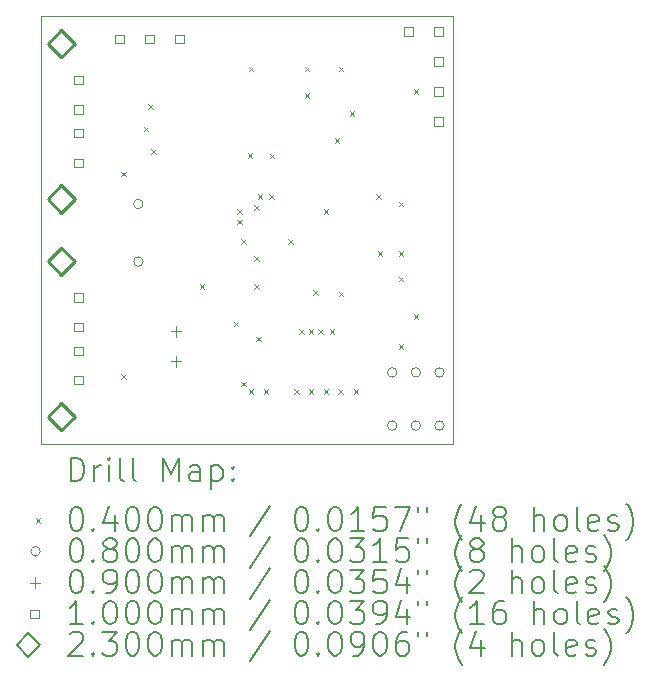
<source format=gbr>
%TF.GenerationSoftware,KiCad,Pcbnew,6.0.8-f2edbf62ab~116~ubuntu22.04.1*%
%TF.CreationDate,2022-10-13T11:50:10+02:00*%
%TF.ProjectId,Dual USB Controller adapter,4475616c-2055-4534-9220-436f6e74726f,0.3*%
%TF.SameCoordinates,Original*%
%TF.FileFunction,Drillmap*%
%TF.FilePolarity,Positive*%
%FSLAX45Y45*%
G04 Gerber Fmt 4.5, Leading zero omitted, Abs format (unit mm)*
G04 Created by KiCad (PCBNEW 6.0.8-f2edbf62ab~116~ubuntu22.04.1) date 2022-10-13 11:50:10*
%MOMM*%
%LPD*%
G01*
G04 APERTURE LIST*
%ADD10C,0.100000*%
%ADD11C,0.200000*%
%ADD12C,0.040000*%
%ADD13C,0.080000*%
%ADD14C,0.090000*%
%ADD15C,0.230000*%
G04 APERTURE END LIST*
D10*
X19939000Y-6286500D02*
X16446500Y-6286500D01*
X16446500Y-9906000D02*
X19939000Y-9906000D01*
X16446500Y-6286500D02*
X16446500Y-9906000D01*
X19939000Y-9906000D02*
X19939000Y-6286500D01*
D11*
D12*
X17125000Y-7600000D02*
X17165000Y-7640000D01*
X17165000Y-7600000D02*
X17125000Y-7640000D01*
X17125000Y-9314500D02*
X17165000Y-9354500D01*
X17165000Y-9314500D02*
X17125000Y-9354500D01*
X17315499Y-7219000D02*
X17355499Y-7259000D01*
X17355499Y-7219000D02*
X17315499Y-7259000D01*
X17353600Y-7028500D02*
X17393600Y-7068500D01*
X17393600Y-7028500D02*
X17353600Y-7068500D01*
X17379000Y-7409500D02*
X17419000Y-7449500D01*
X17419000Y-7409500D02*
X17379000Y-7449500D01*
X17791750Y-8552500D02*
X17831750Y-8592500D01*
X17831750Y-8552500D02*
X17791750Y-8592500D01*
X18077500Y-8870000D02*
X18117500Y-8910000D01*
X18117500Y-8870000D02*
X18077500Y-8910000D01*
X18109250Y-7917500D02*
X18149250Y-7957500D01*
X18149250Y-7917500D02*
X18109250Y-7957500D01*
X18109250Y-8006400D02*
X18149250Y-8046400D01*
X18149250Y-8006400D02*
X18109250Y-8046400D01*
X18141000Y-8171500D02*
X18181000Y-8211500D01*
X18181000Y-8171500D02*
X18141000Y-8211500D01*
X18141000Y-9378000D02*
X18181000Y-9418000D01*
X18181000Y-9378000D02*
X18141000Y-9418000D01*
X18198150Y-7441250D02*
X18238150Y-7481250D01*
X18238150Y-7441250D02*
X18198150Y-7481250D01*
X18204500Y-6711000D02*
X18244500Y-6751000D01*
X18244500Y-6711000D02*
X18204500Y-6751000D01*
X18204500Y-9441500D02*
X18244500Y-9481500D01*
X18244500Y-9441500D02*
X18204500Y-9481500D01*
X18252500Y-7885750D02*
X18292500Y-7925750D01*
X18292500Y-7885750D02*
X18252500Y-7925750D01*
X18252500Y-8317550D02*
X18292500Y-8357550D01*
X18292500Y-8317550D02*
X18252500Y-8357550D01*
X18252500Y-8552500D02*
X18292500Y-8592500D01*
X18292500Y-8552500D02*
X18252500Y-8592500D01*
X18268000Y-8997000D02*
X18308000Y-9037000D01*
X18308000Y-8997000D02*
X18268000Y-9037000D01*
X18280700Y-7790500D02*
X18320700Y-7830500D01*
X18320700Y-7790500D02*
X18280700Y-7830500D01*
X18331500Y-9441500D02*
X18371500Y-9481500D01*
X18371500Y-9441500D02*
X18331500Y-9481500D01*
X18378262Y-7789029D02*
X18418262Y-7829029D01*
X18418262Y-7789029D02*
X18378262Y-7829029D01*
X18382300Y-7447600D02*
X18422300Y-7487600D01*
X18422300Y-7447600D02*
X18382300Y-7487600D01*
X18541050Y-8171500D02*
X18581050Y-8211500D01*
X18581050Y-8171500D02*
X18541050Y-8211500D01*
X18587944Y-9443944D02*
X18627944Y-9483944D01*
X18627944Y-9443944D02*
X18587944Y-9483944D01*
X18632500Y-8933500D02*
X18672500Y-8973500D01*
X18672500Y-8933500D02*
X18632500Y-8973500D01*
X18680750Y-6711000D02*
X18720750Y-6751000D01*
X18720750Y-6711000D02*
X18680750Y-6751000D01*
X18680750Y-6933250D02*
X18720750Y-6973250D01*
X18720750Y-6933250D02*
X18680750Y-6973250D01*
X18712500Y-8933500D02*
X18752500Y-8973500D01*
X18752500Y-8933500D02*
X18712500Y-8973500D01*
X18712500Y-9441500D02*
X18752500Y-9481500D01*
X18752500Y-9441500D02*
X18712500Y-9481500D01*
X18750600Y-8603300D02*
X18790600Y-8643300D01*
X18790600Y-8603300D02*
X18750600Y-8643300D01*
X18796803Y-8936762D02*
X18836803Y-8976762D01*
X18836803Y-8936762D02*
X18796803Y-8976762D01*
X18839500Y-7917500D02*
X18879500Y-7957500D01*
X18879500Y-7917500D02*
X18839500Y-7957500D01*
X18839500Y-9441500D02*
X18879500Y-9481500D01*
X18879500Y-9441500D02*
X18839500Y-9481500D01*
X18890300Y-8933500D02*
X18930300Y-8973500D01*
X18930300Y-8933500D02*
X18890300Y-8973500D01*
X18934750Y-7314250D02*
X18974750Y-7354250D01*
X18974750Y-7314250D02*
X18934750Y-7354250D01*
X18960500Y-9441500D02*
X19000500Y-9481500D01*
X19000500Y-9441500D02*
X18960500Y-9481500D01*
X18966500Y-6711000D02*
X19006500Y-6751000D01*
X19006500Y-6711000D02*
X18966500Y-6751000D01*
X18966500Y-8616000D02*
X19006500Y-8656000D01*
X19006500Y-8616000D02*
X18966500Y-8656000D01*
X19061750Y-7085650D02*
X19101750Y-7125650D01*
X19101750Y-7085650D02*
X19061750Y-7125650D01*
X19093500Y-9441500D02*
X19133500Y-9481500D01*
X19133500Y-9441500D02*
X19093500Y-9481500D01*
X19284000Y-7790500D02*
X19324000Y-7830500D01*
X19324000Y-7790500D02*
X19284000Y-7830500D01*
X19296700Y-8273100D02*
X19336700Y-8313100D01*
X19336700Y-8273100D02*
X19296700Y-8313100D01*
X19474500Y-7854000D02*
X19514500Y-7894000D01*
X19514500Y-7854000D02*
X19474500Y-7894000D01*
X19474500Y-8273100D02*
X19514500Y-8313100D01*
X19514500Y-8273100D02*
X19474500Y-8313100D01*
X19474500Y-8489000D02*
X19514500Y-8529000D01*
X19514500Y-8489000D02*
X19474500Y-8529000D01*
X19474500Y-9060500D02*
X19514500Y-9100500D01*
X19514500Y-9060500D02*
X19474500Y-9100500D01*
X19601500Y-6901500D02*
X19641500Y-6941500D01*
X19641500Y-6901500D02*
X19601500Y-6941500D01*
X19601500Y-8806500D02*
X19641500Y-8846500D01*
X19641500Y-8806500D02*
X19601500Y-8846500D01*
D13*
X17312000Y-7874000D02*
G75*
G03*
X17312000Y-7874000I-40000J0D01*
G01*
X17312000Y-8362000D02*
G75*
G03*
X17312000Y-8362000I-40000J0D01*
G01*
X19461500Y-9300000D02*
G75*
G03*
X19461500Y-9300000I-40000J0D01*
G01*
X19461500Y-9750000D02*
G75*
G03*
X19461500Y-9750000I-40000J0D01*
G01*
X19661500Y-9300000D02*
G75*
G03*
X19661500Y-9300000I-40000J0D01*
G01*
X19661500Y-9750000D02*
G75*
G03*
X19661500Y-9750000I-40000J0D01*
G01*
X19861500Y-9300000D02*
G75*
G03*
X19861500Y-9300000I-40000J0D01*
G01*
X19861500Y-9750000D02*
G75*
G03*
X19861500Y-9750000I-40000J0D01*
G01*
D14*
X17589500Y-8908500D02*
X17589500Y-8998500D01*
X17544500Y-8953500D02*
X17634500Y-8953500D01*
X17589500Y-9162500D02*
X17589500Y-9252500D01*
X17544500Y-9207500D02*
X17634500Y-9207500D01*
D10*
X16799356Y-6860856D02*
X16799356Y-6790144D01*
X16728644Y-6790144D01*
X16728644Y-6860856D01*
X16799356Y-6860856D01*
X16799356Y-7110856D02*
X16799356Y-7040144D01*
X16728644Y-7040144D01*
X16728644Y-7110856D01*
X16799356Y-7110856D01*
X16799356Y-7310856D02*
X16799356Y-7240144D01*
X16728644Y-7240144D01*
X16728644Y-7310856D01*
X16799356Y-7310856D01*
X16799356Y-7560856D02*
X16799356Y-7490144D01*
X16728644Y-7490144D01*
X16728644Y-7560856D01*
X16799356Y-7560856D01*
X16799356Y-8702356D02*
X16799356Y-8631644D01*
X16728644Y-8631644D01*
X16728644Y-8702356D01*
X16799356Y-8702356D01*
X16799356Y-8952356D02*
X16799356Y-8881644D01*
X16728644Y-8881644D01*
X16728644Y-8952356D01*
X16799356Y-8952356D01*
X16799356Y-9152356D02*
X16799356Y-9081644D01*
X16728644Y-9081644D01*
X16728644Y-9152356D01*
X16799356Y-9152356D01*
X16799356Y-9402356D02*
X16799356Y-9331644D01*
X16728644Y-9331644D01*
X16728644Y-9402356D01*
X16799356Y-9402356D01*
X17148606Y-6512356D02*
X17148606Y-6441644D01*
X17077894Y-6441644D01*
X17077894Y-6512356D01*
X17148606Y-6512356D01*
X17402606Y-6512356D02*
X17402606Y-6441644D01*
X17331894Y-6441644D01*
X17331894Y-6512356D01*
X17402606Y-6512356D01*
X17656606Y-6512356D02*
X17656606Y-6441644D01*
X17585894Y-6441644D01*
X17585894Y-6512356D01*
X17656606Y-6512356D01*
X19593356Y-6448856D02*
X19593356Y-6378144D01*
X19522644Y-6378144D01*
X19522644Y-6448856D01*
X19593356Y-6448856D01*
X19847356Y-6448856D02*
X19847356Y-6378144D01*
X19776644Y-6378144D01*
X19776644Y-6448856D01*
X19847356Y-6448856D01*
X19847356Y-6702856D02*
X19847356Y-6632144D01*
X19776644Y-6632144D01*
X19776644Y-6702856D01*
X19847356Y-6702856D01*
X19847356Y-6956856D02*
X19847356Y-6886144D01*
X19776644Y-6886144D01*
X19776644Y-6956856D01*
X19847356Y-6956856D01*
X19847356Y-7210856D02*
X19847356Y-7140144D01*
X19776644Y-7140144D01*
X19776644Y-7210856D01*
X19847356Y-7210856D01*
D15*
X16619000Y-6633500D02*
X16734000Y-6518500D01*
X16619000Y-6403500D01*
X16504000Y-6518500D01*
X16619000Y-6633500D01*
X16619000Y-7947500D02*
X16734000Y-7832500D01*
X16619000Y-7717500D01*
X16504000Y-7832500D01*
X16619000Y-7947500D01*
X16619000Y-8475000D02*
X16734000Y-8360000D01*
X16619000Y-8245000D01*
X16504000Y-8360000D01*
X16619000Y-8475000D01*
X16619000Y-9789000D02*
X16734000Y-9674000D01*
X16619000Y-9559000D01*
X16504000Y-9674000D01*
X16619000Y-9789000D01*
D11*
X16699119Y-10221476D02*
X16699119Y-10021476D01*
X16746738Y-10021476D01*
X16775309Y-10031000D01*
X16794357Y-10050048D01*
X16803881Y-10069095D01*
X16813405Y-10107190D01*
X16813405Y-10135762D01*
X16803881Y-10173857D01*
X16794357Y-10192905D01*
X16775309Y-10211952D01*
X16746738Y-10221476D01*
X16699119Y-10221476D01*
X16899119Y-10221476D02*
X16899119Y-10088143D01*
X16899119Y-10126238D02*
X16908643Y-10107190D01*
X16918167Y-10097667D01*
X16937214Y-10088143D01*
X16956262Y-10088143D01*
X17022929Y-10221476D02*
X17022929Y-10088143D01*
X17022929Y-10021476D02*
X17013405Y-10031000D01*
X17022929Y-10040524D01*
X17032452Y-10031000D01*
X17022929Y-10021476D01*
X17022929Y-10040524D01*
X17146738Y-10221476D02*
X17127690Y-10211952D01*
X17118167Y-10192905D01*
X17118167Y-10021476D01*
X17251500Y-10221476D02*
X17232452Y-10211952D01*
X17222929Y-10192905D01*
X17222929Y-10021476D01*
X17480071Y-10221476D02*
X17480071Y-10021476D01*
X17546738Y-10164333D01*
X17613405Y-10021476D01*
X17613405Y-10221476D01*
X17794357Y-10221476D02*
X17794357Y-10116714D01*
X17784833Y-10097667D01*
X17765786Y-10088143D01*
X17727690Y-10088143D01*
X17708643Y-10097667D01*
X17794357Y-10211952D02*
X17775310Y-10221476D01*
X17727690Y-10221476D01*
X17708643Y-10211952D01*
X17699119Y-10192905D01*
X17699119Y-10173857D01*
X17708643Y-10154810D01*
X17727690Y-10145286D01*
X17775310Y-10145286D01*
X17794357Y-10135762D01*
X17889595Y-10088143D02*
X17889595Y-10288143D01*
X17889595Y-10097667D02*
X17908643Y-10088143D01*
X17946738Y-10088143D01*
X17965786Y-10097667D01*
X17975310Y-10107190D01*
X17984833Y-10126238D01*
X17984833Y-10183381D01*
X17975310Y-10202429D01*
X17965786Y-10211952D01*
X17946738Y-10221476D01*
X17908643Y-10221476D01*
X17889595Y-10211952D01*
X18070548Y-10202429D02*
X18080071Y-10211952D01*
X18070548Y-10221476D01*
X18061024Y-10211952D01*
X18070548Y-10202429D01*
X18070548Y-10221476D01*
X18070548Y-10097667D02*
X18080071Y-10107190D01*
X18070548Y-10116714D01*
X18061024Y-10107190D01*
X18070548Y-10097667D01*
X18070548Y-10116714D01*
D12*
X16401500Y-10531000D02*
X16441500Y-10571000D01*
X16441500Y-10531000D02*
X16401500Y-10571000D01*
D11*
X16737214Y-10441476D02*
X16756262Y-10441476D01*
X16775309Y-10451000D01*
X16784833Y-10460524D01*
X16794357Y-10479571D01*
X16803881Y-10517667D01*
X16803881Y-10565286D01*
X16794357Y-10603381D01*
X16784833Y-10622429D01*
X16775309Y-10631952D01*
X16756262Y-10641476D01*
X16737214Y-10641476D01*
X16718167Y-10631952D01*
X16708643Y-10622429D01*
X16699119Y-10603381D01*
X16689595Y-10565286D01*
X16689595Y-10517667D01*
X16699119Y-10479571D01*
X16708643Y-10460524D01*
X16718167Y-10451000D01*
X16737214Y-10441476D01*
X16889595Y-10622429D02*
X16899119Y-10631952D01*
X16889595Y-10641476D01*
X16880071Y-10631952D01*
X16889595Y-10622429D01*
X16889595Y-10641476D01*
X17070548Y-10508143D02*
X17070548Y-10641476D01*
X17022929Y-10431952D02*
X16975310Y-10574810D01*
X17099119Y-10574810D01*
X17213405Y-10441476D02*
X17232452Y-10441476D01*
X17251500Y-10451000D01*
X17261024Y-10460524D01*
X17270548Y-10479571D01*
X17280071Y-10517667D01*
X17280071Y-10565286D01*
X17270548Y-10603381D01*
X17261024Y-10622429D01*
X17251500Y-10631952D01*
X17232452Y-10641476D01*
X17213405Y-10641476D01*
X17194357Y-10631952D01*
X17184833Y-10622429D01*
X17175310Y-10603381D01*
X17165786Y-10565286D01*
X17165786Y-10517667D01*
X17175310Y-10479571D01*
X17184833Y-10460524D01*
X17194357Y-10451000D01*
X17213405Y-10441476D01*
X17403881Y-10441476D02*
X17422929Y-10441476D01*
X17441976Y-10451000D01*
X17451500Y-10460524D01*
X17461024Y-10479571D01*
X17470548Y-10517667D01*
X17470548Y-10565286D01*
X17461024Y-10603381D01*
X17451500Y-10622429D01*
X17441976Y-10631952D01*
X17422929Y-10641476D01*
X17403881Y-10641476D01*
X17384833Y-10631952D01*
X17375310Y-10622429D01*
X17365786Y-10603381D01*
X17356262Y-10565286D01*
X17356262Y-10517667D01*
X17365786Y-10479571D01*
X17375310Y-10460524D01*
X17384833Y-10451000D01*
X17403881Y-10441476D01*
X17556262Y-10641476D02*
X17556262Y-10508143D01*
X17556262Y-10527190D02*
X17565786Y-10517667D01*
X17584833Y-10508143D01*
X17613405Y-10508143D01*
X17632452Y-10517667D01*
X17641976Y-10536714D01*
X17641976Y-10641476D01*
X17641976Y-10536714D02*
X17651500Y-10517667D01*
X17670548Y-10508143D01*
X17699119Y-10508143D01*
X17718167Y-10517667D01*
X17727690Y-10536714D01*
X17727690Y-10641476D01*
X17822929Y-10641476D02*
X17822929Y-10508143D01*
X17822929Y-10527190D02*
X17832452Y-10517667D01*
X17851500Y-10508143D01*
X17880071Y-10508143D01*
X17899119Y-10517667D01*
X17908643Y-10536714D01*
X17908643Y-10641476D01*
X17908643Y-10536714D02*
X17918167Y-10517667D01*
X17937214Y-10508143D01*
X17965786Y-10508143D01*
X17984833Y-10517667D01*
X17994357Y-10536714D01*
X17994357Y-10641476D01*
X18384833Y-10431952D02*
X18213405Y-10689095D01*
X18641976Y-10441476D02*
X18661024Y-10441476D01*
X18680071Y-10451000D01*
X18689595Y-10460524D01*
X18699119Y-10479571D01*
X18708643Y-10517667D01*
X18708643Y-10565286D01*
X18699119Y-10603381D01*
X18689595Y-10622429D01*
X18680071Y-10631952D01*
X18661024Y-10641476D01*
X18641976Y-10641476D01*
X18622929Y-10631952D01*
X18613405Y-10622429D01*
X18603881Y-10603381D01*
X18594357Y-10565286D01*
X18594357Y-10517667D01*
X18603881Y-10479571D01*
X18613405Y-10460524D01*
X18622929Y-10451000D01*
X18641976Y-10441476D01*
X18794357Y-10622429D02*
X18803881Y-10631952D01*
X18794357Y-10641476D01*
X18784833Y-10631952D01*
X18794357Y-10622429D01*
X18794357Y-10641476D01*
X18927690Y-10441476D02*
X18946738Y-10441476D01*
X18965786Y-10451000D01*
X18975310Y-10460524D01*
X18984833Y-10479571D01*
X18994357Y-10517667D01*
X18994357Y-10565286D01*
X18984833Y-10603381D01*
X18975310Y-10622429D01*
X18965786Y-10631952D01*
X18946738Y-10641476D01*
X18927690Y-10641476D01*
X18908643Y-10631952D01*
X18899119Y-10622429D01*
X18889595Y-10603381D01*
X18880071Y-10565286D01*
X18880071Y-10517667D01*
X18889595Y-10479571D01*
X18899119Y-10460524D01*
X18908643Y-10451000D01*
X18927690Y-10441476D01*
X19184833Y-10641476D02*
X19070548Y-10641476D01*
X19127690Y-10641476D02*
X19127690Y-10441476D01*
X19108643Y-10470048D01*
X19089595Y-10489095D01*
X19070548Y-10498619D01*
X19365786Y-10441476D02*
X19270548Y-10441476D01*
X19261024Y-10536714D01*
X19270548Y-10527190D01*
X19289595Y-10517667D01*
X19337214Y-10517667D01*
X19356262Y-10527190D01*
X19365786Y-10536714D01*
X19375310Y-10555762D01*
X19375310Y-10603381D01*
X19365786Y-10622429D01*
X19356262Y-10631952D01*
X19337214Y-10641476D01*
X19289595Y-10641476D01*
X19270548Y-10631952D01*
X19261024Y-10622429D01*
X19441976Y-10441476D02*
X19575310Y-10441476D01*
X19489595Y-10641476D01*
X19641976Y-10441476D02*
X19641976Y-10479571D01*
X19718167Y-10441476D02*
X19718167Y-10479571D01*
X20013405Y-10717667D02*
X20003881Y-10708143D01*
X19984833Y-10679571D01*
X19975310Y-10660524D01*
X19965786Y-10631952D01*
X19956262Y-10584333D01*
X19956262Y-10546238D01*
X19965786Y-10498619D01*
X19975310Y-10470048D01*
X19984833Y-10451000D01*
X20003881Y-10422429D01*
X20013405Y-10412905D01*
X20175310Y-10508143D02*
X20175310Y-10641476D01*
X20127690Y-10431952D02*
X20080071Y-10574810D01*
X20203881Y-10574810D01*
X20308643Y-10527190D02*
X20289595Y-10517667D01*
X20280071Y-10508143D01*
X20270548Y-10489095D01*
X20270548Y-10479571D01*
X20280071Y-10460524D01*
X20289595Y-10451000D01*
X20308643Y-10441476D01*
X20346738Y-10441476D01*
X20365786Y-10451000D01*
X20375310Y-10460524D01*
X20384833Y-10479571D01*
X20384833Y-10489095D01*
X20375310Y-10508143D01*
X20365786Y-10517667D01*
X20346738Y-10527190D01*
X20308643Y-10527190D01*
X20289595Y-10536714D01*
X20280071Y-10546238D01*
X20270548Y-10565286D01*
X20270548Y-10603381D01*
X20280071Y-10622429D01*
X20289595Y-10631952D01*
X20308643Y-10641476D01*
X20346738Y-10641476D01*
X20365786Y-10631952D01*
X20375310Y-10622429D01*
X20384833Y-10603381D01*
X20384833Y-10565286D01*
X20375310Y-10546238D01*
X20365786Y-10536714D01*
X20346738Y-10527190D01*
X20622929Y-10641476D02*
X20622929Y-10441476D01*
X20708643Y-10641476D02*
X20708643Y-10536714D01*
X20699119Y-10517667D01*
X20680071Y-10508143D01*
X20651500Y-10508143D01*
X20632452Y-10517667D01*
X20622929Y-10527190D01*
X20832452Y-10641476D02*
X20813405Y-10631952D01*
X20803881Y-10622429D01*
X20794357Y-10603381D01*
X20794357Y-10546238D01*
X20803881Y-10527190D01*
X20813405Y-10517667D01*
X20832452Y-10508143D01*
X20861024Y-10508143D01*
X20880071Y-10517667D01*
X20889595Y-10527190D01*
X20899119Y-10546238D01*
X20899119Y-10603381D01*
X20889595Y-10622429D01*
X20880071Y-10631952D01*
X20861024Y-10641476D01*
X20832452Y-10641476D01*
X21013405Y-10641476D02*
X20994357Y-10631952D01*
X20984833Y-10612905D01*
X20984833Y-10441476D01*
X21165786Y-10631952D02*
X21146738Y-10641476D01*
X21108643Y-10641476D01*
X21089595Y-10631952D01*
X21080071Y-10612905D01*
X21080071Y-10536714D01*
X21089595Y-10517667D01*
X21108643Y-10508143D01*
X21146738Y-10508143D01*
X21165786Y-10517667D01*
X21175310Y-10536714D01*
X21175310Y-10555762D01*
X21080071Y-10574810D01*
X21251500Y-10631952D02*
X21270548Y-10641476D01*
X21308643Y-10641476D01*
X21327690Y-10631952D01*
X21337214Y-10612905D01*
X21337214Y-10603381D01*
X21327690Y-10584333D01*
X21308643Y-10574810D01*
X21280071Y-10574810D01*
X21261024Y-10565286D01*
X21251500Y-10546238D01*
X21251500Y-10536714D01*
X21261024Y-10517667D01*
X21280071Y-10508143D01*
X21308643Y-10508143D01*
X21327690Y-10517667D01*
X21403881Y-10717667D02*
X21413405Y-10708143D01*
X21432452Y-10679571D01*
X21441976Y-10660524D01*
X21451500Y-10631952D01*
X21461024Y-10584333D01*
X21461024Y-10546238D01*
X21451500Y-10498619D01*
X21441976Y-10470048D01*
X21432452Y-10451000D01*
X21413405Y-10422429D01*
X21403881Y-10412905D01*
D13*
X16441500Y-10815000D02*
G75*
G03*
X16441500Y-10815000I-40000J0D01*
G01*
D11*
X16737214Y-10705476D02*
X16756262Y-10705476D01*
X16775309Y-10715000D01*
X16784833Y-10724524D01*
X16794357Y-10743571D01*
X16803881Y-10781667D01*
X16803881Y-10829286D01*
X16794357Y-10867381D01*
X16784833Y-10886429D01*
X16775309Y-10895952D01*
X16756262Y-10905476D01*
X16737214Y-10905476D01*
X16718167Y-10895952D01*
X16708643Y-10886429D01*
X16699119Y-10867381D01*
X16689595Y-10829286D01*
X16689595Y-10781667D01*
X16699119Y-10743571D01*
X16708643Y-10724524D01*
X16718167Y-10715000D01*
X16737214Y-10705476D01*
X16889595Y-10886429D02*
X16899119Y-10895952D01*
X16889595Y-10905476D01*
X16880071Y-10895952D01*
X16889595Y-10886429D01*
X16889595Y-10905476D01*
X17013405Y-10791190D02*
X16994357Y-10781667D01*
X16984833Y-10772143D01*
X16975310Y-10753095D01*
X16975310Y-10743571D01*
X16984833Y-10724524D01*
X16994357Y-10715000D01*
X17013405Y-10705476D01*
X17051500Y-10705476D01*
X17070548Y-10715000D01*
X17080071Y-10724524D01*
X17089595Y-10743571D01*
X17089595Y-10753095D01*
X17080071Y-10772143D01*
X17070548Y-10781667D01*
X17051500Y-10791190D01*
X17013405Y-10791190D01*
X16994357Y-10800714D01*
X16984833Y-10810238D01*
X16975310Y-10829286D01*
X16975310Y-10867381D01*
X16984833Y-10886429D01*
X16994357Y-10895952D01*
X17013405Y-10905476D01*
X17051500Y-10905476D01*
X17070548Y-10895952D01*
X17080071Y-10886429D01*
X17089595Y-10867381D01*
X17089595Y-10829286D01*
X17080071Y-10810238D01*
X17070548Y-10800714D01*
X17051500Y-10791190D01*
X17213405Y-10705476D02*
X17232452Y-10705476D01*
X17251500Y-10715000D01*
X17261024Y-10724524D01*
X17270548Y-10743571D01*
X17280071Y-10781667D01*
X17280071Y-10829286D01*
X17270548Y-10867381D01*
X17261024Y-10886429D01*
X17251500Y-10895952D01*
X17232452Y-10905476D01*
X17213405Y-10905476D01*
X17194357Y-10895952D01*
X17184833Y-10886429D01*
X17175310Y-10867381D01*
X17165786Y-10829286D01*
X17165786Y-10781667D01*
X17175310Y-10743571D01*
X17184833Y-10724524D01*
X17194357Y-10715000D01*
X17213405Y-10705476D01*
X17403881Y-10705476D02*
X17422929Y-10705476D01*
X17441976Y-10715000D01*
X17451500Y-10724524D01*
X17461024Y-10743571D01*
X17470548Y-10781667D01*
X17470548Y-10829286D01*
X17461024Y-10867381D01*
X17451500Y-10886429D01*
X17441976Y-10895952D01*
X17422929Y-10905476D01*
X17403881Y-10905476D01*
X17384833Y-10895952D01*
X17375310Y-10886429D01*
X17365786Y-10867381D01*
X17356262Y-10829286D01*
X17356262Y-10781667D01*
X17365786Y-10743571D01*
X17375310Y-10724524D01*
X17384833Y-10715000D01*
X17403881Y-10705476D01*
X17556262Y-10905476D02*
X17556262Y-10772143D01*
X17556262Y-10791190D02*
X17565786Y-10781667D01*
X17584833Y-10772143D01*
X17613405Y-10772143D01*
X17632452Y-10781667D01*
X17641976Y-10800714D01*
X17641976Y-10905476D01*
X17641976Y-10800714D02*
X17651500Y-10781667D01*
X17670548Y-10772143D01*
X17699119Y-10772143D01*
X17718167Y-10781667D01*
X17727690Y-10800714D01*
X17727690Y-10905476D01*
X17822929Y-10905476D02*
X17822929Y-10772143D01*
X17822929Y-10791190D02*
X17832452Y-10781667D01*
X17851500Y-10772143D01*
X17880071Y-10772143D01*
X17899119Y-10781667D01*
X17908643Y-10800714D01*
X17908643Y-10905476D01*
X17908643Y-10800714D02*
X17918167Y-10781667D01*
X17937214Y-10772143D01*
X17965786Y-10772143D01*
X17984833Y-10781667D01*
X17994357Y-10800714D01*
X17994357Y-10905476D01*
X18384833Y-10695952D02*
X18213405Y-10953095D01*
X18641976Y-10705476D02*
X18661024Y-10705476D01*
X18680071Y-10715000D01*
X18689595Y-10724524D01*
X18699119Y-10743571D01*
X18708643Y-10781667D01*
X18708643Y-10829286D01*
X18699119Y-10867381D01*
X18689595Y-10886429D01*
X18680071Y-10895952D01*
X18661024Y-10905476D01*
X18641976Y-10905476D01*
X18622929Y-10895952D01*
X18613405Y-10886429D01*
X18603881Y-10867381D01*
X18594357Y-10829286D01*
X18594357Y-10781667D01*
X18603881Y-10743571D01*
X18613405Y-10724524D01*
X18622929Y-10715000D01*
X18641976Y-10705476D01*
X18794357Y-10886429D02*
X18803881Y-10895952D01*
X18794357Y-10905476D01*
X18784833Y-10895952D01*
X18794357Y-10886429D01*
X18794357Y-10905476D01*
X18927690Y-10705476D02*
X18946738Y-10705476D01*
X18965786Y-10715000D01*
X18975310Y-10724524D01*
X18984833Y-10743571D01*
X18994357Y-10781667D01*
X18994357Y-10829286D01*
X18984833Y-10867381D01*
X18975310Y-10886429D01*
X18965786Y-10895952D01*
X18946738Y-10905476D01*
X18927690Y-10905476D01*
X18908643Y-10895952D01*
X18899119Y-10886429D01*
X18889595Y-10867381D01*
X18880071Y-10829286D01*
X18880071Y-10781667D01*
X18889595Y-10743571D01*
X18899119Y-10724524D01*
X18908643Y-10715000D01*
X18927690Y-10705476D01*
X19061024Y-10705476D02*
X19184833Y-10705476D01*
X19118167Y-10781667D01*
X19146738Y-10781667D01*
X19165786Y-10791190D01*
X19175310Y-10800714D01*
X19184833Y-10819762D01*
X19184833Y-10867381D01*
X19175310Y-10886429D01*
X19165786Y-10895952D01*
X19146738Y-10905476D01*
X19089595Y-10905476D01*
X19070548Y-10895952D01*
X19061024Y-10886429D01*
X19375310Y-10905476D02*
X19261024Y-10905476D01*
X19318167Y-10905476D02*
X19318167Y-10705476D01*
X19299119Y-10734048D01*
X19280071Y-10753095D01*
X19261024Y-10762619D01*
X19556262Y-10705476D02*
X19461024Y-10705476D01*
X19451500Y-10800714D01*
X19461024Y-10791190D01*
X19480071Y-10781667D01*
X19527690Y-10781667D01*
X19546738Y-10791190D01*
X19556262Y-10800714D01*
X19565786Y-10819762D01*
X19565786Y-10867381D01*
X19556262Y-10886429D01*
X19546738Y-10895952D01*
X19527690Y-10905476D01*
X19480071Y-10905476D01*
X19461024Y-10895952D01*
X19451500Y-10886429D01*
X19641976Y-10705476D02*
X19641976Y-10743571D01*
X19718167Y-10705476D02*
X19718167Y-10743571D01*
X20013405Y-10981667D02*
X20003881Y-10972143D01*
X19984833Y-10943571D01*
X19975310Y-10924524D01*
X19965786Y-10895952D01*
X19956262Y-10848333D01*
X19956262Y-10810238D01*
X19965786Y-10762619D01*
X19975310Y-10734048D01*
X19984833Y-10715000D01*
X20003881Y-10686429D01*
X20013405Y-10676905D01*
X20118167Y-10791190D02*
X20099119Y-10781667D01*
X20089595Y-10772143D01*
X20080071Y-10753095D01*
X20080071Y-10743571D01*
X20089595Y-10724524D01*
X20099119Y-10715000D01*
X20118167Y-10705476D01*
X20156262Y-10705476D01*
X20175310Y-10715000D01*
X20184833Y-10724524D01*
X20194357Y-10743571D01*
X20194357Y-10753095D01*
X20184833Y-10772143D01*
X20175310Y-10781667D01*
X20156262Y-10791190D01*
X20118167Y-10791190D01*
X20099119Y-10800714D01*
X20089595Y-10810238D01*
X20080071Y-10829286D01*
X20080071Y-10867381D01*
X20089595Y-10886429D01*
X20099119Y-10895952D01*
X20118167Y-10905476D01*
X20156262Y-10905476D01*
X20175310Y-10895952D01*
X20184833Y-10886429D01*
X20194357Y-10867381D01*
X20194357Y-10829286D01*
X20184833Y-10810238D01*
X20175310Y-10800714D01*
X20156262Y-10791190D01*
X20432452Y-10905476D02*
X20432452Y-10705476D01*
X20518167Y-10905476D02*
X20518167Y-10800714D01*
X20508643Y-10781667D01*
X20489595Y-10772143D01*
X20461024Y-10772143D01*
X20441976Y-10781667D01*
X20432452Y-10791190D01*
X20641976Y-10905476D02*
X20622929Y-10895952D01*
X20613405Y-10886429D01*
X20603881Y-10867381D01*
X20603881Y-10810238D01*
X20613405Y-10791190D01*
X20622929Y-10781667D01*
X20641976Y-10772143D01*
X20670548Y-10772143D01*
X20689595Y-10781667D01*
X20699119Y-10791190D01*
X20708643Y-10810238D01*
X20708643Y-10867381D01*
X20699119Y-10886429D01*
X20689595Y-10895952D01*
X20670548Y-10905476D01*
X20641976Y-10905476D01*
X20822929Y-10905476D02*
X20803881Y-10895952D01*
X20794357Y-10876905D01*
X20794357Y-10705476D01*
X20975310Y-10895952D02*
X20956262Y-10905476D01*
X20918167Y-10905476D01*
X20899119Y-10895952D01*
X20889595Y-10876905D01*
X20889595Y-10800714D01*
X20899119Y-10781667D01*
X20918167Y-10772143D01*
X20956262Y-10772143D01*
X20975310Y-10781667D01*
X20984833Y-10800714D01*
X20984833Y-10819762D01*
X20889595Y-10838810D01*
X21061024Y-10895952D02*
X21080071Y-10905476D01*
X21118167Y-10905476D01*
X21137214Y-10895952D01*
X21146738Y-10876905D01*
X21146738Y-10867381D01*
X21137214Y-10848333D01*
X21118167Y-10838810D01*
X21089595Y-10838810D01*
X21070548Y-10829286D01*
X21061024Y-10810238D01*
X21061024Y-10800714D01*
X21070548Y-10781667D01*
X21089595Y-10772143D01*
X21118167Y-10772143D01*
X21137214Y-10781667D01*
X21213405Y-10981667D02*
X21222929Y-10972143D01*
X21241976Y-10943571D01*
X21251500Y-10924524D01*
X21261024Y-10895952D01*
X21270548Y-10848333D01*
X21270548Y-10810238D01*
X21261024Y-10762619D01*
X21251500Y-10734048D01*
X21241976Y-10715000D01*
X21222929Y-10686429D01*
X21213405Y-10676905D01*
D14*
X16396500Y-11034000D02*
X16396500Y-11124000D01*
X16351500Y-11079000D02*
X16441500Y-11079000D01*
D11*
X16737214Y-10969476D02*
X16756262Y-10969476D01*
X16775309Y-10979000D01*
X16784833Y-10988524D01*
X16794357Y-11007571D01*
X16803881Y-11045667D01*
X16803881Y-11093286D01*
X16794357Y-11131381D01*
X16784833Y-11150429D01*
X16775309Y-11159952D01*
X16756262Y-11169476D01*
X16737214Y-11169476D01*
X16718167Y-11159952D01*
X16708643Y-11150429D01*
X16699119Y-11131381D01*
X16689595Y-11093286D01*
X16689595Y-11045667D01*
X16699119Y-11007571D01*
X16708643Y-10988524D01*
X16718167Y-10979000D01*
X16737214Y-10969476D01*
X16889595Y-11150429D02*
X16899119Y-11159952D01*
X16889595Y-11169476D01*
X16880071Y-11159952D01*
X16889595Y-11150429D01*
X16889595Y-11169476D01*
X16994357Y-11169476D02*
X17032452Y-11169476D01*
X17051500Y-11159952D01*
X17061024Y-11150429D01*
X17080071Y-11121857D01*
X17089595Y-11083762D01*
X17089595Y-11007571D01*
X17080071Y-10988524D01*
X17070548Y-10979000D01*
X17051500Y-10969476D01*
X17013405Y-10969476D01*
X16994357Y-10979000D01*
X16984833Y-10988524D01*
X16975310Y-11007571D01*
X16975310Y-11055190D01*
X16984833Y-11074238D01*
X16994357Y-11083762D01*
X17013405Y-11093286D01*
X17051500Y-11093286D01*
X17070548Y-11083762D01*
X17080071Y-11074238D01*
X17089595Y-11055190D01*
X17213405Y-10969476D02*
X17232452Y-10969476D01*
X17251500Y-10979000D01*
X17261024Y-10988524D01*
X17270548Y-11007571D01*
X17280071Y-11045667D01*
X17280071Y-11093286D01*
X17270548Y-11131381D01*
X17261024Y-11150429D01*
X17251500Y-11159952D01*
X17232452Y-11169476D01*
X17213405Y-11169476D01*
X17194357Y-11159952D01*
X17184833Y-11150429D01*
X17175310Y-11131381D01*
X17165786Y-11093286D01*
X17165786Y-11045667D01*
X17175310Y-11007571D01*
X17184833Y-10988524D01*
X17194357Y-10979000D01*
X17213405Y-10969476D01*
X17403881Y-10969476D02*
X17422929Y-10969476D01*
X17441976Y-10979000D01*
X17451500Y-10988524D01*
X17461024Y-11007571D01*
X17470548Y-11045667D01*
X17470548Y-11093286D01*
X17461024Y-11131381D01*
X17451500Y-11150429D01*
X17441976Y-11159952D01*
X17422929Y-11169476D01*
X17403881Y-11169476D01*
X17384833Y-11159952D01*
X17375310Y-11150429D01*
X17365786Y-11131381D01*
X17356262Y-11093286D01*
X17356262Y-11045667D01*
X17365786Y-11007571D01*
X17375310Y-10988524D01*
X17384833Y-10979000D01*
X17403881Y-10969476D01*
X17556262Y-11169476D02*
X17556262Y-11036143D01*
X17556262Y-11055190D02*
X17565786Y-11045667D01*
X17584833Y-11036143D01*
X17613405Y-11036143D01*
X17632452Y-11045667D01*
X17641976Y-11064714D01*
X17641976Y-11169476D01*
X17641976Y-11064714D02*
X17651500Y-11045667D01*
X17670548Y-11036143D01*
X17699119Y-11036143D01*
X17718167Y-11045667D01*
X17727690Y-11064714D01*
X17727690Y-11169476D01*
X17822929Y-11169476D02*
X17822929Y-11036143D01*
X17822929Y-11055190D02*
X17832452Y-11045667D01*
X17851500Y-11036143D01*
X17880071Y-11036143D01*
X17899119Y-11045667D01*
X17908643Y-11064714D01*
X17908643Y-11169476D01*
X17908643Y-11064714D02*
X17918167Y-11045667D01*
X17937214Y-11036143D01*
X17965786Y-11036143D01*
X17984833Y-11045667D01*
X17994357Y-11064714D01*
X17994357Y-11169476D01*
X18384833Y-10959952D02*
X18213405Y-11217095D01*
X18641976Y-10969476D02*
X18661024Y-10969476D01*
X18680071Y-10979000D01*
X18689595Y-10988524D01*
X18699119Y-11007571D01*
X18708643Y-11045667D01*
X18708643Y-11093286D01*
X18699119Y-11131381D01*
X18689595Y-11150429D01*
X18680071Y-11159952D01*
X18661024Y-11169476D01*
X18641976Y-11169476D01*
X18622929Y-11159952D01*
X18613405Y-11150429D01*
X18603881Y-11131381D01*
X18594357Y-11093286D01*
X18594357Y-11045667D01*
X18603881Y-11007571D01*
X18613405Y-10988524D01*
X18622929Y-10979000D01*
X18641976Y-10969476D01*
X18794357Y-11150429D02*
X18803881Y-11159952D01*
X18794357Y-11169476D01*
X18784833Y-11159952D01*
X18794357Y-11150429D01*
X18794357Y-11169476D01*
X18927690Y-10969476D02*
X18946738Y-10969476D01*
X18965786Y-10979000D01*
X18975310Y-10988524D01*
X18984833Y-11007571D01*
X18994357Y-11045667D01*
X18994357Y-11093286D01*
X18984833Y-11131381D01*
X18975310Y-11150429D01*
X18965786Y-11159952D01*
X18946738Y-11169476D01*
X18927690Y-11169476D01*
X18908643Y-11159952D01*
X18899119Y-11150429D01*
X18889595Y-11131381D01*
X18880071Y-11093286D01*
X18880071Y-11045667D01*
X18889595Y-11007571D01*
X18899119Y-10988524D01*
X18908643Y-10979000D01*
X18927690Y-10969476D01*
X19061024Y-10969476D02*
X19184833Y-10969476D01*
X19118167Y-11045667D01*
X19146738Y-11045667D01*
X19165786Y-11055190D01*
X19175310Y-11064714D01*
X19184833Y-11083762D01*
X19184833Y-11131381D01*
X19175310Y-11150429D01*
X19165786Y-11159952D01*
X19146738Y-11169476D01*
X19089595Y-11169476D01*
X19070548Y-11159952D01*
X19061024Y-11150429D01*
X19365786Y-10969476D02*
X19270548Y-10969476D01*
X19261024Y-11064714D01*
X19270548Y-11055190D01*
X19289595Y-11045667D01*
X19337214Y-11045667D01*
X19356262Y-11055190D01*
X19365786Y-11064714D01*
X19375310Y-11083762D01*
X19375310Y-11131381D01*
X19365786Y-11150429D01*
X19356262Y-11159952D01*
X19337214Y-11169476D01*
X19289595Y-11169476D01*
X19270548Y-11159952D01*
X19261024Y-11150429D01*
X19546738Y-11036143D02*
X19546738Y-11169476D01*
X19499119Y-10959952D02*
X19451500Y-11102810D01*
X19575310Y-11102810D01*
X19641976Y-10969476D02*
X19641976Y-11007571D01*
X19718167Y-10969476D02*
X19718167Y-11007571D01*
X20013405Y-11245667D02*
X20003881Y-11236143D01*
X19984833Y-11207571D01*
X19975310Y-11188524D01*
X19965786Y-11159952D01*
X19956262Y-11112333D01*
X19956262Y-11074238D01*
X19965786Y-11026619D01*
X19975310Y-10998048D01*
X19984833Y-10979000D01*
X20003881Y-10950429D01*
X20013405Y-10940905D01*
X20080071Y-10988524D02*
X20089595Y-10979000D01*
X20108643Y-10969476D01*
X20156262Y-10969476D01*
X20175310Y-10979000D01*
X20184833Y-10988524D01*
X20194357Y-11007571D01*
X20194357Y-11026619D01*
X20184833Y-11055190D01*
X20070548Y-11169476D01*
X20194357Y-11169476D01*
X20432452Y-11169476D02*
X20432452Y-10969476D01*
X20518167Y-11169476D02*
X20518167Y-11064714D01*
X20508643Y-11045667D01*
X20489595Y-11036143D01*
X20461024Y-11036143D01*
X20441976Y-11045667D01*
X20432452Y-11055190D01*
X20641976Y-11169476D02*
X20622929Y-11159952D01*
X20613405Y-11150429D01*
X20603881Y-11131381D01*
X20603881Y-11074238D01*
X20613405Y-11055190D01*
X20622929Y-11045667D01*
X20641976Y-11036143D01*
X20670548Y-11036143D01*
X20689595Y-11045667D01*
X20699119Y-11055190D01*
X20708643Y-11074238D01*
X20708643Y-11131381D01*
X20699119Y-11150429D01*
X20689595Y-11159952D01*
X20670548Y-11169476D01*
X20641976Y-11169476D01*
X20822929Y-11169476D02*
X20803881Y-11159952D01*
X20794357Y-11140905D01*
X20794357Y-10969476D01*
X20975310Y-11159952D02*
X20956262Y-11169476D01*
X20918167Y-11169476D01*
X20899119Y-11159952D01*
X20889595Y-11140905D01*
X20889595Y-11064714D01*
X20899119Y-11045667D01*
X20918167Y-11036143D01*
X20956262Y-11036143D01*
X20975310Y-11045667D01*
X20984833Y-11064714D01*
X20984833Y-11083762D01*
X20889595Y-11102810D01*
X21061024Y-11159952D02*
X21080071Y-11169476D01*
X21118167Y-11169476D01*
X21137214Y-11159952D01*
X21146738Y-11140905D01*
X21146738Y-11131381D01*
X21137214Y-11112333D01*
X21118167Y-11102810D01*
X21089595Y-11102810D01*
X21070548Y-11093286D01*
X21061024Y-11074238D01*
X21061024Y-11064714D01*
X21070548Y-11045667D01*
X21089595Y-11036143D01*
X21118167Y-11036143D01*
X21137214Y-11045667D01*
X21213405Y-11245667D02*
X21222929Y-11236143D01*
X21241976Y-11207571D01*
X21251500Y-11188524D01*
X21261024Y-11159952D01*
X21270548Y-11112333D01*
X21270548Y-11074238D01*
X21261024Y-11026619D01*
X21251500Y-10998048D01*
X21241976Y-10979000D01*
X21222929Y-10950429D01*
X21213405Y-10940905D01*
D10*
X16426856Y-11378356D02*
X16426856Y-11307644D01*
X16356144Y-11307644D01*
X16356144Y-11378356D01*
X16426856Y-11378356D01*
D11*
X16803881Y-11433476D02*
X16689595Y-11433476D01*
X16746738Y-11433476D02*
X16746738Y-11233476D01*
X16727690Y-11262048D01*
X16708643Y-11281095D01*
X16689595Y-11290619D01*
X16889595Y-11414428D02*
X16899119Y-11423952D01*
X16889595Y-11433476D01*
X16880071Y-11423952D01*
X16889595Y-11414428D01*
X16889595Y-11433476D01*
X17022929Y-11233476D02*
X17041976Y-11233476D01*
X17061024Y-11243000D01*
X17070548Y-11252524D01*
X17080071Y-11271571D01*
X17089595Y-11309667D01*
X17089595Y-11357286D01*
X17080071Y-11395381D01*
X17070548Y-11414428D01*
X17061024Y-11423952D01*
X17041976Y-11433476D01*
X17022929Y-11433476D01*
X17003881Y-11423952D01*
X16994357Y-11414428D01*
X16984833Y-11395381D01*
X16975310Y-11357286D01*
X16975310Y-11309667D01*
X16984833Y-11271571D01*
X16994357Y-11252524D01*
X17003881Y-11243000D01*
X17022929Y-11233476D01*
X17213405Y-11233476D02*
X17232452Y-11233476D01*
X17251500Y-11243000D01*
X17261024Y-11252524D01*
X17270548Y-11271571D01*
X17280071Y-11309667D01*
X17280071Y-11357286D01*
X17270548Y-11395381D01*
X17261024Y-11414428D01*
X17251500Y-11423952D01*
X17232452Y-11433476D01*
X17213405Y-11433476D01*
X17194357Y-11423952D01*
X17184833Y-11414428D01*
X17175310Y-11395381D01*
X17165786Y-11357286D01*
X17165786Y-11309667D01*
X17175310Y-11271571D01*
X17184833Y-11252524D01*
X17194357Y-11243000D01*
X17213405Y-11233476D01*
X17403881Y-11233476D02*
X17422929Y-11233476D01*
X17441976Y-11243000D01*
X17451500Y-11252524D01*
X17461024Y-11271571D01*
X17470548Y-11309667D01*
X17470548Y-11357286D01*
X17461024Y-11395381D01*
X17451500Y-11414428D01*
X17441976Y-11423952D01*
X17422929Y-11433476D01*
X17403881Y-11433476D01*
X17384833Y-11423952D01*
X17375310Y-11414428D01*
X17365786Y-11395381D01*
X17356262Y-11357286D01*
X17356262Y-11309667D01*
X17365786Y-11271571D01*
X17375310Y-11252524D01*
X17384833Y-11243000D01*
X17403881Y-11233476D01*
X17556262Y-11433476D02*
X17556262Y-11300143D01*
X17556262Y-11319190D02*
X17565786Y-11309667D01*
X17584833Y-11300143D01*
X17613405Y-11300143D01*
X17632452Y-11309667D01*
X17641976Y-11328714D01*
X17641976Y-11433476D01*
X17641976Y-11328714D02*
X17651500Y-11309667D01*
X17670548Y-11300143D01*
X17699119Y-11300143D01*
X17718167Y-11309667D01*
X17727690Y-11328714D01*
X17727690Y-11433476D01*
X17822929Y-11433476D02*
X17822929Y-11300143D01*
X17822929Y-11319190D02*
X17832452Y-11309667D01*
X17851500Y-11300143D01*
X17880071Y-11300143D01*
X17899119Y-11309667D01*
X17908643Y-11328714D01*
X17908643Y-11433476D01*
X17908643Y-11328714D02*
X17918167Y-11309667D01*
X17937214Y-11300143D01*
X17965786Y-11300143D01*
X17984833Y-11309667D01*
X17994357Y-11328714D01*
X17994357Y-11433476D01*
X18384833Y-11223952D02*
X18213405Y-11481095D01*
X18641976Y-11233476D02*
X18661024Y-11233476D01*
X18680071Y-11243000D01*
X18689595Y-11252524D01*
X18699119Y-11271571D01*
X18708643Y-11309667D01*
X18708643Y-11357286D01*
X18699119Y-11395381D01*
X18689595Y-11414428D01*
X18680071Y-11423952D01*
X18661024Y-11433476D01*
X18641976Y-11433476D01*
X18622929Y-11423952D01*
X18613405Y-11414428D01*
X18603881Y-11395381D01*
X18594357Y-11357286D01*
X18594357Y-11309667D01*
X18603881Y-11271571D01*
X18613405Y-11252524D01*
X18622929Y-11243000D01*
X18641976Y-11233476D01*
X18794357Y-11414428D02*
X18803881Y-11423952D01*
X18794357Y-11433476D01*
X18784833Y-11423952D01*
X18794357Y-11414428D01*
X18794357Y-11433476D01*
X18927690Y-11233476D02*
X18946738Y-11233476D01*
X18965786Y-11243000D01*
X18975310Y-11252524D01*
X18984833Y-11271571D01*
X18994357Y-11309667D01*
X18994357Y-11357286D01*
X18984833Y-11395381D01*
X18975310Y-11414428D01*
X18965786Y-11423952D01*
X18946738Y-11433476D01*
X18927690Y-11433476D01*
X18908643Y-11423952D01*
X18899119Y-11414428D01*
X18889595Y-11395381D01*
X18880071Y-11357286D01*
X18880071Y-11309667D01*
X18889595Y-11271571D01*
X18899119Y-11252524D01*
X18908643Y-11243000D01*
X18927690Y-11233476D01*
X19061024Y-11233476D02*
X19184833Y-11233476D01*
X19118167Y-11309667D01*
X19146738Y-11309667D01*
X19165786Y-11319190D01*
X19175310Y-11328714D01*
X19184833Y-11347762D01*
X19184833Y-11395381D01*
X19175310Y-11414428D01*
X19165786Y-11423952D01*
X19146738Y-11433476D01*
X19089595Y-11433476D01*
X19070548Y-11423952D01*
X19061024Y-11414428D01*
X19280071Y-11433476D02*
X19318167Y-11433476D01*
X19337214Y-11423952D01*
X19346738Y-11414428D01*
X19365786Y-11385857D01*
X19375310Y-11347762D01*
X19375310Y-11271571D01*
X19365786Y-11252524D01*
X19356262Y-11243000D01*
X19337214Y-11233476D01*
X19299119Y-11233476D01*
X19280071Y-11243000D01*
X19270548Y-11252524D01*
X19261024Y-11271571D01*
X19261024Y-11319190D01*
X19270548Y-11338238D01*
X19280071Y-11347762D01*
X19299119Y-11357286D01*
X19337214Y-11357286D01*
X19356262Y-11347762D01*
X19365786Y-11338238D01*
X19375310Y-11319190D01*
X19546738Y-11300143D02*
X19546738Y-11433476D01*
X19499119Y-11223952D02*
X19451500Y-11366809D01*
X19575310Y-11366809D01*
X19641976Y-11233476D02*
X19641976Y-11271571D01*
X19718167Y-11233476D02*
X19718167Y-11271571D01*
X20013405Y-11509667D02*
X20003881Y-11500143D01*
X19984833Y-11471571D01*
X19975310Y-11452524D01*
X19965786Y-11423952D01*
X19956262Y-11376333D01*
X19956262Y-11338238D01*
X19965786Y-11290619D01*
X19975310Y-11262048D01*
X19984833Y-11243000D01*
X20003881Y-11214428D01*
X20013405Y-11204905D01*
X20194357Y-11433476D02*
X20080071Y-11433476D01*
X20137214Y-11433476D02*
X20137214Y-11233476D01*
X20118167Y-11262048D01*
X20099119Y-11281095D01*
X20080071Y-11290619D01*
X20365786Y-11233476D02*
X20327690Y-11233476D01*
X20308643Y-11243000D01*
X20299119Y-11252524D01*
X20280071Y-11281095D01*
X20270548Y-11319190D01*
X20270548Y-11395381D01*
X20280071Y-11414428D01*
X20289595Y-11423952D01*
X20308643Y-11433476D01*
X20346738Y-11433476D01*
X20365786Y-11423952D01*
X20375310Y-11414428D01*
X20384833Y-11395381D01*
X20384833Y-11347762D01*
X20375310Y-11328714D01*
X20365786Y-11319190D01*
X20346738Y-11309667D01*
X20308643Y-11309667D01*
X20289595Y-11319190D01*
X20280071Y-11328714D01*
X20270548Y-11347762D01*
X20622929Y-11433476D02*
X20622929Y-11233476D01*
X20708643Y-11433476D02*
X20708643Y-11328714D01*
X20699119Y-11309667D01*
X20680071Y-11300143D01*
X20651500Y-11300143D01*
X20632452Y-11309667D01*
X20622929Y-11319190D01*
X20832452Y-11433476D02*
X20813405Y-11423952D01*
X20803881Y-11414428D01*
X20794357Y-11395381D01*
X20794357Y-11338238D01*
X20803881Y-11319190D01*
X20813405Y-11309667D01*
X20832452Y-11300143D01*
X20861024Y-11300143D01*
X20880071Y-11309667D01*
X20889595Y-11319190D01*
X20899119Y-11338238D01*
X20899119Y-11395381D01*
X20889595Y-11414428D01*
X20880071Y-11423952D01*
X20861024Y-11433476D01*
X20832452Y-11433476D01*
X21013405Y-11433476D02*
X20994357Y-11423952D01*
X20984833Y-11404905D01*
X20984833Y-11233476D01*
X21165786Y-11423952D02*
X21146738Y-11433476D01*
X21108643Y-11433476D01*
X21089595Y-11423952D01*
X21080071Y-11404905D01*
X21080071Y-11328714D01*
X21089595Y-11309667D01*
X21108643Y-11300143D01*
X21146738Y-11300143D01*
X21165786Y-11309667D01*
X21175310Y-11328714D01*
X21175310Y-11347762D01*
X21080071Y-11366809D01*
X21251500Y-11423952D02*
X21270548Y-11433476D01*
X21308643Y-11433476D01*
X21327690Y-11423952D01*
X21337214Y-11404905D01*
X21337214Y-11395381D01*
X21327690Y-11376333D01*
X21308643Y-11366809D01*
X21280071Y-11366809D01*
X21261024Y-11357286D01*
X21251500Y-11338238D01*
X21251500Y-11328714D01*
X21261024Y-11309667D01*
X21280071Y-11300143D01*
X21308643Y-11300143D01*
X21327690Y-11309667D01*
X21403881Y-11509667D02*
X21413405Y-11500143D01*
X21432452Y-11471571D01*
X21441976Y-11452524D01*
X21451500Y-11423952D01*
X21461024Y-11376333D01*
X21461024Y-11338238D01*
X21451500Y-11290619D01*
X21441976Y-11262048D01*
X21432452Y-11243000D01*
X21413405Y-11214428D01*
X21403881Y-11204905D01*
X16341500Y-11707000D02*
X16441500Y-11607000D01*
X16341500Y-11507000D01*
X16241500Y-11607000D01*
X16341500Y-11707000D01*
X16689595Y-11516524D02*
X16699119Y-11507000D01*
X16718167Y-11497476D01*
X16765786Y-11497476D01*
X16784833Y-11507000D01*
X16794357Y-11516524D01*
X16803881Y-11535571D01*
X16803881Y-11554619D01*
X16794357Y-11583190D01*
X16680071Y-11697476D01*
X16803881Y-11697476D01*
X16889595Y-11678428D02*
X16899119Y-11687952D01*
X16889595Y-11697476D01*
X16880071Y-11687952D01*
X16889595Y-11678428D01*
X16889595Y-11697476D01*
X16965786Y-11497476D02*
X17089595Y-11497476D01*
X17022929Y-11573667D01*
X17051500Y-11573667D01*
X17070548Y-11583190D01*
X17080071Y-11592714D01*
X17089595Y-11611762D01*
X17089595Y-11659381D01*
X17080071Y-11678428D01*
X17070548Y-11687952D01*
X17051500Y-11697476D01*
X16994357Y-11697476D01*
X16975310Y-11687952D01*
X16965786Y-11678428D01*
X17213405Y-11497476D02*
X17232452Y-11497476D01*
X17251500Y-11507000D01*
X17261024Y-11516524D01*
X17270548Y-11535571D01*
X17280071Y-11573667D01*
X17280071Y-11621286D01*
X17270548Y-11659381D01*
X17261024Y-11678428D01*
X17251500Y-11687952D01*
X17232452Y-11697476D01*
X17213405Y-11697476D01*
X17194357Y-11687952D01*
X17184833Y-11678428D01*
X17175310Y-11659381D01*
X17165786Y-11621286D01*
X17165786Y-11573667D01*
X17175310Y-11535571D01*
X17184833Y-11516524D01*
X17194357Y-11507000D01*
X17213405Y-11497476D01*
X17403881Y-11497476D02*
X17422929Y-11497476D01*
X17441976Y-11507000D01*
X17451500Y-11516524D01*
X17461024Y-11535571D01*
X17470548Y-11573667D01*
X17470548Y-11621286D01*
X17461024Y-11659381D01*
X17451500Y-11678428D01*
X17441976Y-11687952D01*
X17422929Y-11697476D01*
X17403881Y-11697476D01*
X17384833Y-11687952D01*
X17375310Y-11678428D01*
X17365786Y-11659381D01*
X17356262Y-11621286D01*
X17356262Y-11573667D01*
X17365786Y-11535571D01*
X17375310Y-11516524D01*
X17384833Y-11507000D01*
X17403881Y-11497476D01*
X17556262Y-11697476D02*
X17556262Y-11564143D01*
X17556262Y-11583190D02*
X17565786Y-11573667D01*
X17584833Y-11564143D01*
X17613405Y-11564143D01*
X17632452Y-11573667D01*
X17641976Y-11592714D01*
X17641976Y-11697476D01*
X17641976Y-11592714D02*
X17651500Y-11573667D01*
X17670548Y-11564143D01*
X17699119Y-11564143D01*
X17718167Y-11573667D01*
X17727690Y-11592714D01*
X17727690Y-11697476D01*
X17822929Y-11697476D02*
X17822929Y-11564143D01*
X17822929Y-11583190D02*
X17832452Y-11573667D01*
X17851500Y-11564143D01*
X17880071Y-11564143D01*
X17899119Y-11573667D01*
X17908643Y-11592714D01*
X17908643Y-11697476D01*
X17908643Y-11592714D02*
X17918167Y-11573667D01*
X17937214Y-11564143D01*
X17965786Y-11564143D01*
X17984833Y-11573667D01*
X17994357Y-11592714D01*
X17994357Y-11697476D01*
X18384833Y-11487952D02*
X18213405Y-11745095D01*
X18641976Y-11497476D02*
X18661024Y-11497476D01*
X18680071Y-11507000D01*
X18689595Y-11516524D01*
X18699119Y-11535571D01*
X18708643Y-11573667D01*
X18708643Y-11621286D01*
X18699119Y-11659381D01*
X18689595Y-11678428D01*
X18680071Y-11687952D01*
X18661024Y-11697476D01*
X18641976Y-11697476D01*
X18622929Y-11687952D01*
X18613405Y-11678428D01*
X18603881Y-11659381D01*
X18594357Y-11621286D01*
X18594357Y-11573667D01*
X18603881Y-11535571D01*
X18613405Y-11516524D01*
X18622929Y-11507000D01*
X18641976Y-11497476D01*
X18794357Y-11678428D02*
X18803881Y-11687952D01*
X18794357Y-11697476D01*
X18784833Y-11687952D01*
X18794357Y-11678428D01*
X18794357Y-11697476D01*
X18927690Y-11497476D02*
X18946738Y-11497476D01*
X18965786Y-11507000D01*
X18975310Y-11516524D01*
X18984833Y-11535571D01*
X18994357Y-11573667D01*
X18994357Y-11621286D01*
X18984833Y-11659381D01*
X18975310Y-11678428D01*
X18965786Y-11687952D01*
X18946738Y-11697476D01*
X18927690Y-11697476D01*
X18908643Y-11687952D01*
X18899119Y-11678428D01*
X18889595Y-11659381D01*
X18880071Y-11621286D01*
X18880071Y-11573667D01*
X18889595Y-11535571D01*
X18899119Y-11516524D01*
X18908643Y-11507000D01*
X18927690Y-11497476D01*
X19089595Y-11697476D02*
X19127690Y-11697476D01*
X19146738Y-11687952D01*
X19156262Y-11678428D01*
X19175310Y-11649857D01*
X19184833Y-11611762D01*
X19184833Y-11535571D01*
X19175310Y-11516524D01*
X19165786Y-11507000D01*
X19146738Y-11497476D01*
X19108643Y-11497476D01*
X19089595Y-11507000D01*
X19080071Y-11516524D01*
X19070548Y-11535571D01*
X19070548Y-11583190D01*
X19080071Y-11602238D01*
X19089595Y-11611762D01*
X19108643Y-11621286D01*
X19146738Y-11621286D01*
X19165786Y-11611762D01*
X19175310Y-11602238D01*
X19184833Y-11583190D01*
X19308643Y-11497476D02*
X19327690Y-11497476D01*
X19346738Y-11507000D01*
X19356262Y-11516524D01*
X19365786Y-11535571D01*
X19375310Y-11573667D01*
X19375310Y-11621286D01*
X19365786Y-11659381D01*
X19356262Y-11678428D01*
X19346738Y-11687952D01*
X19327690Y-11697476D01*
X19308643Y-11697476D01*
X19289595Y-11687952D01*
X19280071Y-11678428D01*
X19270548Y-11659381D01*
X19261024Y-11621286D01*
X19261024Y-11573667D01*
X19270548Y-11535571D01*
X19280071Y-11516524D01*
X19289595Y-11507000D01*
X19308643Y-11497476D01*
X19546738Y-11497476D02*
X19508643Y-11497476D01*
X19489595Y-11507000D01*
X19480071Y-11516524D01*
X19461024Y-11545095D01*
X19451500Y-11583190D01*
X19451500Y-11659381D01*
X19461024Y-11678428D01*
X19470548Y-11687952D01*
X19489595Y-11697476D01*
X19527690Y-11697476D01*
X19546738Y-11687952D01*
X19556262Y-11678428D01*
X19565786Y-11659381D01*
X19565786Y-11611762D01*
X19556262Y-11592714D01*
X19546738Y-11583190D01*
X19527690Y-11573667D01*
X19489595Y-11573667D01*
X19470548Y-11583190D01*
X19461024Y-11592714D01*
X19451500Y-11611762D01*
X19641976Y-11497476D02*
X19641976Y-11535571D01*
X19718167Y-11497476D02*
X19718167Y-11535571D01*
X20013405Y-11773667D02*
X20003881Y-11764143D01*
X19984833Y-11735571D01*
X19975310Y-11716524D01*
X19965786Y-11687952D01*
X19956262Y-11640333D01*
X19956262Y-11602238D01*
X19965786Y-11554619D01*
X19975310Y-11526048D01*
X19984833Y-11507000D01*
X20003881Y-11478428D01*
X20013405Y-11468905D01*
X20175310Y-11564143D02*
X20175310Y-11697476D01*
X20127690Y-11487952D02*
X20080071Y-11630809D01*
X20203881Y-11630809D01*
X20432452Y-11697476D02*
X20432452Y-11497476D01*
X20518167Y-11697476D02*
X20518167Y-11592714D01*
X20508643Y-11573667D01*
X20489595Y-11564143D01*
X20461024Y-11564143D01*
X20441976Y-11573667D01*
X20432452Y-11583190D01*
X20641976Y-11697476D02*
X20622929Y-11687952D01*
X20613405Y-11678428D01*
X20603881Y-11659381D01*
X20603881Y-11602238D01*
X20613405Y-11583190D01*
X20622929Y-11573667D01*
X20641976Y-11564143D01*
X20670548Y-11564143D01*
X20689595Y-11573667D01*
X20699119Y-11583190D01*
X20708643Y-11602238D01*
X20708643Y-11659381D01*
X20699119Y-11678428D01*
X20689595Y-11687952D01*
X20670548Y-11697476D01*
X20641976Y-11697476D01*
X20822929Y-11697476D02*
X20803881Y-11687952D01*
X20794357Y-11668905D01*
X20794357Y-11497476D01*
X20975310Y-11687952D02*
X20956262Y-11697476D01*
X20918167Y-11697476D01*
X20899119Y-11687952D01*
X20889595Y-11668905D01*
X20889595Y-11592714D01*
X20899119Y-11573667D01*
X20918167Y-11564143D01*
X20956262Y-11564143D01*
X20975310Y-11573667D01*
X20984833Y-11592714D01*
X20984833Y-11611762D01*
X20889595Y-11630809D01*
X21061024Y-11687952D02*
X21080071Y-11697476D01*
X21118167Y-11697476D01*
X21137214Y-11687952D01*
X21146738Y-11668905D01*
X21146738Y-11659381D01*
X21137214Y-11640333D01*
X21118167Y-11630809D01*
X21089595Y-11630809D01*
X21070548Y-11621286D01*
X21061024Y-11602238D01*
X21061024Y-11592714D01*
X21070548Y-11573667D01*
X21089595Y-11564143D01*
X21118167Y-11564143D01*
X21137214Y-11573667D01*
X21213405Y-11773667D02*
X21222929Y-11764143D01*
X21241976Y-11735571D01*
X21251500Y-11716524D01*
X21261024Y-11687952D01*
X21270548Y-11640333D01*
X21270548Y-11602238D01*
X21261024Y-11554619D01*
X21251500Y-11526048D01*
X21241976Y-11507000D01*
X21222929Y-11478428D01*
X21213405Y-11468905D01*
M02*

</source>
